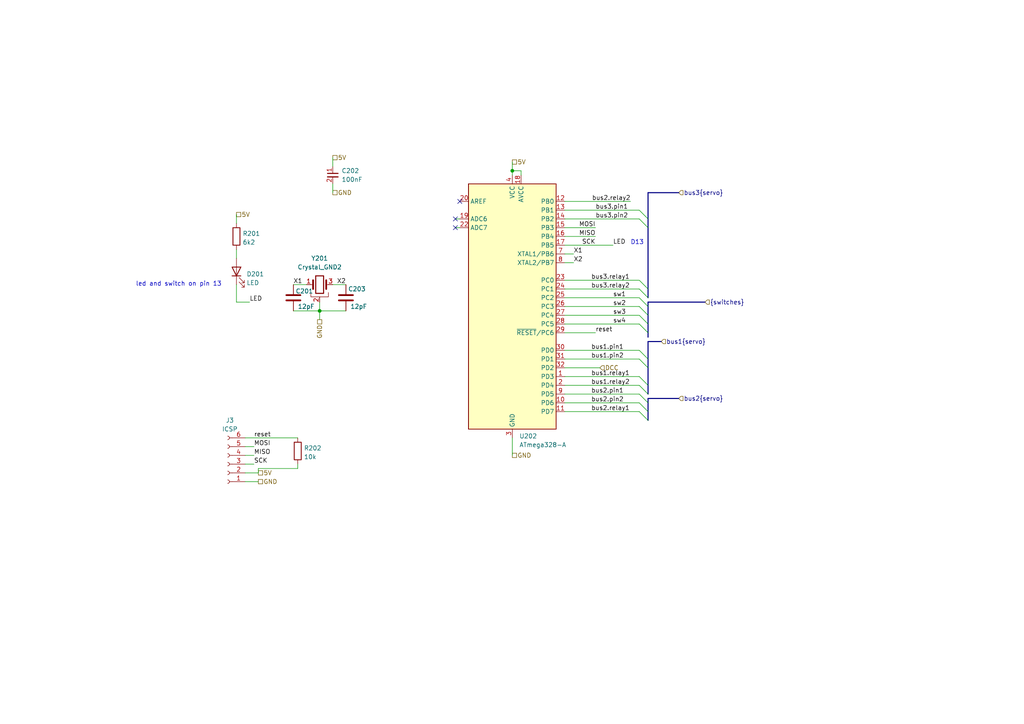
<source format=kicad_sch>
(kicad_sch (version 20230121) (generator eeschema)
  (paper "A4")
  (lib_symbols
    (symbol "Connector:Conn_01x06_Socket" (pin_names (offset 1.016) hide)
      (property "Reference" "J" (at 0 7.62 0))
      (property "Value" "Conn_01x06_Socket" (at 0 -10.16 0))
      (symbol "Conn_01x06_Socket_1_1"
        (arc (start 0 -7.112) (mid -0.5058 -7.62) (end 0 -8.128) (stroke (width 0.1524)))
        (arc (start 0 -4.572) (mid -0.5058 -5.08) (end 0 -5.588) (stroke (width 0.1524)))
        (arc (start 0 -2.032) (mid -0.5058 -2.54) (end 0 -3.048) (stroke (width 0.1524)))
        (polyline (pts (xy -1.27 -7.62) (xy -0.508 -7.62)) (stroke (width 0.1524)))
        (polyline (pts (xy -1.27 -5.08) (xy -0.508 -5.08)) (stroke (width 0.1524)))
        (polyline (pts (xy -1.27 -2.54) (xy -0.508 -2.54)) (stroke (width 0.1524)))
        (polyline (pts (xy -1.27 0) (xy -0.508 0)) (stroke (width 0.1524)))
        (polyline (pts (xy -1.27 2.54) (xy -0.508 2.54)) (stroke (width 0.1524)))
        (polyline (pts (xy -1.27 5.08) (xy -0.508 5.08)) (stroke (width 0.1524)))
        (arc (start 0 0.508) (mid -0.5058 0) (end 0 -0.508) (stroke (width 0.1524)))
        (arc (start 0 3.048) (mid -0.5058 2.54) (end 0 2.032) (stroke (width 0.1524)))
        (arc (start 0 5.588) (mid -0.5058 5.08) (end 0 4.572) (stroke (width 0.1524)))
        (pin passive line (at -5.08 5.08 0) (length 3.81) (name "Pin_1") (number "1"))
        (pin passive line (at -5.08 2.54 0) (length 3.81) (name "Pin_2") (number "2"))
        (pin passive line (at -5.08 0 0) (length 3.81) (name "Pin_3") (number "3"))
        (pin passive line (at -5.08 -2.54 0) (length 3.81) (name "Pin_4") (number "4"))
        (pin passive line (at -5.08 -5.08 0) (length 3.81) (name "Pin_5") (number "5"))
        (pin passive line (at -5.08 -7.62 0) (length 3.81) (name "Pin_6") (number "6"))
      )
    )
    (symbol "Device:C" (pin_numbers hide) (pin_names (offset 0.254))
      (property "Reference" "C" (at 0.635 2.54 0))
      (property "Value" "C" (at 0.635 -2.54 0))
      (symbol "C_0_1"
        (polyline (pts (xy -2.032 -0.762) (xy 2.032 -0.762)) (stroke (width 0.508)))
        (polyline (pts (xy -2.032 0.762) (xy 2.032 0.762)) (stroke (width 0.508)))
      )
      (symbol "C_1_1"
        (pin passive line (at 0 3.81 270) (length 2.794) (name "~") (number "1"))
        (pin passive line (at 0 -3.81 90) (length 2.794) (name "~") (number "2"))
      )
    )
    (symbol "Device:LED" (pin_numbers hide) (pin_names (offset 1.016) hide)
      (property "Reference" "D" (at 0 2.54 0))
      (property "Value" "LED" (at 0 -2.54 0))
      (symbol "LED_0_1"
        (polyline (pts (xy -1.27 -1.27) (xy -1.27 1.27)) (stroke (width 0.254)))
        (polyline (pts (xy -1.27 0) (xy 1.27 0)))
        (polyline (pts (xy 1.27 -1.27) (xy 1.27 1.27) (xy -1.27 0) (xy 1.27 -1.27)) (stroke (width 0.254)))
        (polyline (pts (xy -3.048 -0.762) (xy -4.572 -2.286) (xy -3.81 -2.286) (xy -4.572 -2.286) (xy -4.572 -1.524)))
        (polyline (pts (xy -1.778 -0.762) (xy -3.302 -2.286) (xy -2.54 -2.286) (xy -3.302 -2.286) (xy -3.302 -1.524)))
      )
      (symbol "LED_1_1"
        (pin passive line (at -3.81 0 0) (length 2.54) (name "K") (number "1"))
        (pin passive line (at 3.81 0 180) (length 2.54) (name "A") (number "2"))
      )
    )
    (symbol "Device:R" (pin_numbers hide) (pin_names (offset 0))
      (property "Reference" "R" (at 2.032 0 90))
      (property "Value" "R" (at 0 0 90))
      (symbol "R_0_1"
        (rectangle (start -1.016 -2.54) (end 1.016 2.54) (stroke (width 0.254)))
      )
      (symbol "R_1_1"
        (pin passive line (at 0 3.81 270) (length 1.27) (name "~") (number "1"))
        (pin passive line (at 0 -3.81 90) (length 1.27) (name "~") (number "2"))
      )
    )
    (symbol "MCU_Microchip_ATmega:ATmega328-A"
      (property "Reference" "U" (at -12.7 36.83 0))
      (property "Value" "ATmega328-A" (at 2.54 -36.83 0))
      (symbol "ATmega328-A_0_1"
        (rectangle (start -12.7 -35.56) (end 12.7 35.56) (stroke (width 0.254)) (fill (type background)))
      )
      (symbol "ATmega328-A_1_1"
        (pin bidirectional line (at 15.24 -20.32 180) (length 2.54) (name "PD3") (number "1"))
        (pin bidirectional line (at 15.24 -27.94 180) (length 2.54) (name "PD6") (number "10"))
        (pin bidirectional line (at 15.24 -30.48 180) (length 2.54) (name "PD7") (number "11"))
        (pin bidirectional line (at 15.24 30.48 180) (length 2.54) (name "PB0") (number "12"))
        (pin bidirectional line (at 15.24 27.94 180) (length 2.54) (name "PB1") (number "13"))
        (pin bidirectional line (at 15.24 25.4 180) (length 2.54) (name "PB2") (number "14"))
        (pin bidirectional line (at 15.24 22.86 180) (length 2.54) (name "PB3") (number "15"))
        (pin bidirectional line (at 15.24 20.32 180) (length 2.54) (name "PB4") (number "16"))
        (pin bidirectional line (at 15.24 17.78 180) (length 2.54) (name "PB5") (number "17"))
        (pin power_in line (at 2.54 38.1 270) (length 2.54) (name "AVCC") (number "18"))
        (pin input line (at -15.24 25.4 0) (length 2.54) (name "ADC6") (number "19"))
        (pin bidirectional line (at 15.24 -22.86 180) (length 2.54) (name "PD4") (number "2"))
        (pin passive line (at -15.24 30.48 0) (length 2.54) (name "AREF") (number "20"))
        (pin passive line (at 0 -38.1 90) (length 2.54) hide (name "GND") (number "21"))
        (pin input line (at -15.24 22.86 0) (length 2.54) (name "ADC7") (number "22"))
        (pin bidirectional line (at 15.24 7.62 180) (length 2.54) (name "PC0") (number "23"))
        (pin bidirectional line (at 15.24 5.08 180) (length 2.54) (name "PC1") (number "24"))
        (pin bidirectional line (at 15.24 2.54 180) (length 2.54) (name "PC2") (number "25"))
        (pin bidirectional line (at 15.24 0 180) (length 2.54) (name "PC3") (number "26"))
        (pin bidirectional line (at 15.24 -2.54 180) (length 2.54) (name "PC4") (number "27"))
        (pin bidirectional line (at 15.24 -5.08 180) (length 2.54) (name "PC5") (number "28"))
        (pin bidirectional line (at 15.24 -7.62 180) (length 2.54) (name "~{RESET}/PC6") (number "29"))
        (pin power_in line (at 0 -38.1 90) (length 2.54) (name "GND") (number "3"))
        (pin bidirectional line (at 15.24 -12.7 180) (length 2.54) (name "PD0") (number "30"))
        (pin bidirectional line (at 15.24 -15.24 180) (length 2.54) (name "PD1") (number "31"))
        (pin bidirectional line (at 15.24 -17.78 180) (length 2.54) (name "PD2") (number "32"))
        (pin power_in line (at 0 38.1 270) (length 2.54) (name "VCC") (number "4"))
        (pin passive line (at 0 -38.1 90) (length 2.54) hide (name "GND") (number "5"))
        (pin passive line (at 0 38.1 270) (length 2.54) hide (name "VCC") (number "6"))
        (pin bidirectional line (at 15.24 15.24 180) (length 2.54) (name "XTAL1/PB6") (number "7"))
        (pin bidirectional line (at 15.24 12.7 180) (length 2.54) (name "XTAL2/PB7") (number "8"))
        (pin bidirectional line (at 15.24 -25.4 180) (length 2.54) (name "PD5") (number "9"))
      )
    )
    (symbol "capacitor_miscellaneous:C_0402_100nF"
      (property "Reference" "U" (at 1.27 2.54 0))
      (property "Value" "100nF" (at 3.81 -2.54 0))
      (property "JLCPCB Part#" "C307331" (at 0 0 0))
      (symbol "C_0402_100nF_0_1"
        (polyline (pts (xy -1.524 -0.508) (xy 1.524 -0.508)) (stroke (width 0.3302)))
        (polyline (pts (xy -1.524 0.508) (xy 1.524 0.508)) (stroke (width 0.3048)))
      )
      (symbol "C_0402_100nF_1_1"
        (pin passive line (at 0 2.54 270) (length 2.032) (name "~") (number "1"))
        (pin passive line (at 0 -2.54 90) (length 2.032) (name "~") (number "2"))
      )
    )
    (symbol "custom_kicad_lib_sk:crystal_arduino" (pin_names (offset 1.016) hide)
      (property "Reference" "Y" (at 0 5.715 0))
      (property "Value" "Crystal_GND2" (at 0 3.81 0))
      (property "JLCPCB Part#" "C13738" (at 0 0 0))
      (symbol "crystal_arduino_0_1"
        (rectangle (start -1.143 2.54) (end 1.143 -2.54) (stroke (width 0.3048)))
        (polyline (pts (xy -2.54 0) (xy -1.905 0)))
        (polyline (pts (xy -1.905 -1.27) (xy -1.905 1.27)) (stroke (width 0.508)))
        (polyline (pts (xy 0 -3.81) (xy 0 -3.556)))
        (polyline (pts (xy 1.905 0) (xy 2.54 0)))
        (polyline (pts (xy 1.905 1.27) (xy 1.905 -1.27)) (stroke (width 0.508)))
        (polyline (pts (xy -2.54 -2.286) (xy -2.54 -3.556) (xy 2.54 -3.556) (xy 2.54 -2.286)))
      )
      (symbol "crystal_arduino_1_1"
        (pin passive line (at -3.81 0 0) (length 1.27) (name "1") (number "1"))
        (pin passive line (at 0 -5.08 90) (length 1.27) (name "GND") (number "2"))
        (pin passive line (at 3.81 0 180) (length 1.27) (name "3") (number "3"))
        (pin passive line (at 0 -5.08 90) (length 1.27) hide (name "GND") (number "4"))
      )
    )
  )
  (junction (at 92.71 90.17))
  (junction (at 148.59 49.53))
  (no_connect (at 133.35 58.42))
  (no_connect (at 132.08 63.5))
  (no_connect (at 132.08 66.04))
  (bus_entry (at 187.96 111.76) (size -2.54 -2.54))
  (bus_entry (at 185.42 81.28) (size 2.54 2.54))
  (bus_entry (at 187.96 119.38) (size -2.54 -2.54))
  (bus_entry (at 185.42 63.5) (size 2.54 2.54))
  (bus_entry (at 187.96 114.3) (size -2.54 -2.54))
  (bus_entry (at 185.42 60.96) (size 2.54 2.54))
  (bus_entry (at 187.96 104.14) (size -2.54 -2.54))
  (bus_entry (at 187.96 106.68) (size -2.54 -2.54))
  (bus_entry (at 185.42 91.44) (size 2.54 2.54))
  (bus_entry (at 185.42 88.9) (size 2.54 2.54))
  (bus_entry (at 185.42 86.36) (size 2.54 2.54))
  (bus_entry (at 185.42 83.82) (size 2.54 2.54))
  (bus_entry (at 187.96 116.84) (size -2.54 -2.54))
  (bus_entry (at 185.42 93.98) (size 2.54 2.54))
  (bus_entry (at 187.96 121.92) (size -2.54 -2.54))
  (wire (pts (xy 148.59 49.53) (xy 148.59 50.8)))
  (wire (pts (xy 71.12 127) (xy 86.36 127)))
  (wire (pts (xy 86.36 134.62) (xy 86.36 135.89)))
  (wire (pts (xy 92.71 90.17) (xy 100.33 90.17)))
  (wire (pts (xy 74.93 135.89) (xy 86.36 135.89)))
  (wire (pts (xy 163.83 66.04) (xy 172.72 66.04)))
  (bus (pts (xy 187.96 116.84) (xy 187.96 119.38)))
  (wire (pts (xy 151.13 49.53) (xy 148.59 49.53)))
  (bus (pts (xy 187.96 115.57) (xy 187.96 116.84)))
  (wire (pts (xy 163.83 93.98) (xy 185.42 93.98)))
  (wire (pts (xy 163.83 116.84) (xy 185.42 116.84)))
  (wire (pts (xy 71.12 132.08) (xy 73.66 132.08)))
  (bus (pts (xy 187.96 115.57) (xy 196.85 115.57)))
  (wire (pts (xy 163.83 63.5) (xy 185.42 63.5)))
  (wire (pts (xy 88.9 82.55) (xy 85.09 82.55)))
  (bus (pts (xy 187.96 63.5) (xy 187.96 66.04)))
  (wire (pts (xy 163.83 106.68) (xy 173.99 106.68)))
  (bus (pts (xy 187.96 93.98) (xy 187.96 91.44)))
  (bus (pts (xy 187.96 66.04) (xy 187.96 83.82)))
  (bus (pts (xy 187.96 83.82) (xy 187.96 86.36)))
  (wire (pts (xy 71.12 129.54) (xy 73.66 129.54)))
  (wire (pts (xy 71.12 139.7) (xy 74.93 139.7)))
  (wire (pts (xy 68.58 82.55) (xy 68.58 87.63)))
  (wire (pts (xy 163.83 58.42) (xy 182.88 58.42)))
  (bus (pts (xy 187.96 91.44) (xy 187.96 88.9)))
  (wire (pts (xy 163.83 96.52) (xy 172.72 96.52)))
  (wire (pts (xy 163.83 68.58) (xy 172.72 68.58)))
  (bus (pts (xy 187.96 87.63) (xy 204.47 87.63)))
  (wire (pts (xy 163.83 76.2) (xy 166.37 76.2)))
  (wire (pts (xy 148.59 127) (xy 148.59 132.08)))
  (wire (pts (xy 74.93 137.16) (xy 74.93 135.89)))
  (wire (pts (xy 163.83 114.3) (xy 185.42 114.3)))
  (wire (pts (xy 132.08 63.5) (xy 133.35 63.5)))
  (bus (pts (xy 187.96 111.76) (xy 187.96 114.3)))
  (wire (pts (xy 71.12 137.16) (xy 74.93 137.16)))
  (wire (pts (xy 163.83 91.44) (xy 185.42 91.44)))
  (wire (pts (xy 68.58 72.39) (xy 68.58 74.93)))
  (wire (pts (xy 92.71 87.63) (xy 92.71 90.17)))
  (wire (pts (xy 96.52 82.55) (xy 100.33 82.55)))
  (wire (pts (xy 132.08 66.04) (xy 133.35 66.04)))
  (bus (pts (xy 187.96 99.06) (xy 191.77 99.06)))
  (wire (pts (xy 148.59 46.99) (xy 148.59 49.53)))
  (wire (pts (xy 163.83 73.66) (xy 166.37 73.66)))
  (wire (pts (xy 163.83 119.38) (xy 185.42 119.38)))
  (wire (pts (xy 68.58 62.23) (xy 68.58 64.77)))
  (wire (pts (xy 163.83 60.96) (xy 185.42 60.96)))
  (wire (pts (xy 163.83 71.12) (xy 177.8 71.12)))
  (bus (pts (xy 187.96 119.38) (xy 187.96 121.92)))
  (wire (pts (xy 96.52 53.34) (xy 96.52 55.88)))
  (wire (pts (xy 72.39 87.63) (xy 68.58 87.63)))
  (bus (pts (xy 187.96 104.14) (xy 187.96 106.68)))
  (wire (pts (xy 163.83 88.9) (xy 185.42 88.9)))
  (wire (pts (xy 163.83 104.14) (xy 185.42 104.14)))
  (wire (pts (xy 85.09 90.17) (xy 92.71 90.17)))
  (wire (pts (xy 96.52 45.72) (xy 96.52 48.26)))
  (wire (pts (xy 163.83 101.6) (xy 185.42 101.6)))
  (wire (pts (xy 92.71 90.17) (xy 92.71 92.71)))
  (wire (pts (xy 151.13 50.8) (xy 151.13 49.53)))
  (wire (pts (xy 163.83 83.82) (xy 185.42 83.82)))
  (bus (pts (xy 187.96 87.63) (xy 187.96 88.9)))
  (bus (pts (xy 187.96 55.88) (xy 187.96 63.5)))
  (bus (pts (xy 187.96 99.06) (xy 187.96 104.14)))
  (wire (pts (xy 163.83 81.28) (xy 185.42 81.28)))
  (bus (pts (xy 187.96 106.68) (xy 187.96 111.76)))
  (bus (pts (xy 187.96 96.52) (xy 187.96 93.98)))
  (bus (pts (xy 187.96 55.88) (xy 196.85 55.88)))
  (wire (pts (xy 163.83 111.76) (xy 185.42 111.76)))
  (wire (pts (xy 163.83 86.36) (xy 185.42 86.36)))
  (bus (pts (xy 187.96 97.79) (xy 187.96 96.52)))
  (wire (pts (xy 163.83 109.22) (xy 185.42 109.22)))
  (wire (pts (xy 71.12 134.62) (xy 73.66 134.62)))
  (text "led and switch on pin 13" (at 39.37 83.185 0) (effects (font (size 1.27 1.27)) (justify left bottom)))
  (text "D13" (at 182.88 71.12 0) (effects (font (size 1.27 1.27)) (justify left bottom)))
  (label "bus2.relay2" (at 182.88 58.42 180))
  (label "bus1.pin2" (at 171.45 104.14 0))
  (label "reset" (at 172.72 96.52 0))
  (label "bus1.relay1" (at 171.45 109.22 0))
  (label "X1" (at 85.09 82.55 0))
  (label "X2" (at 166.37 76.2 0))
  (label "bus3.relay2" (at 171.45 83.82 0))
  (label "SCK" (at 73.66 134.62 0))
  (label "bus1.relay2" (at 171.45 111.76 0))
  (label "sw3" (at 177.8 91.44 0))
  (label "bus2.pin1" (at 171.45 114.3 0))
  (label "MOSI" (at 172.72 66.04 180))
  (label "MISO" (at 73.66 132.08 0))
  (label "bus1.pin1" (at 171.45 101.6 0))
  (label "LED" (at 177.8 71.12 0))
  (label "X1" (at 166.37 73.66 0))
  (label "sw2" (at 177.8 88.9 0))
  (label "SCK" (at 172.72 71.12 180))
  (label "bus3.pin2" (at 172.72 63.5 0))
  (label "MISO" (at 172.72 68.58 180))
  (label "bus2.pin2" (at 171.45 116.84 0))
  (label "MOSI" (at 73.66 129.54 0))
  (label "reset" (at 73.66 127 0))
  (label "LED" (at 72.39 87.63 0))
  (label "sw4" (at 177.8 93.98 0))
  (label "bus3.relay1" (at 171.45 81.28 0))
  (label "sw1" (at 177.8 86.36 0))
  (label "bus3.pin1" (at 172.72 60.96 0))
  (label "X2" (at 100.33 82.55 180))
  (label "bus2.relay1" (at 171.45 119.38 0))
  (hierarchical_label "{switches}" (shape input) (at 204.47 87.63 0))
  (hierarchical_label "bus2{servo}" (shape input) (at 196.85 115.57 0))
  (hierarchical_label "DCC" (shape input) (at 173.99 106.68 0))
  (hierarchical_label "5V" (shape passive) (at 74.93 137.16 0))
  (hierarchical_label "5V" (shape passive) (at 148.59 46.99 0))
  (hierarchical_label "5V" (shape passive) (at 96.52 45.72 0))
  (hierarchical_label "GND" (shape passive) (at 74.93 139.7 0))
  (hierarchical_label "GND" (shape passive) (at 96.52 55.88 0))
  (hierarchical_label "GND" (shape passive) (at 148.59 132.08 0))
  (hierarchical_label "bus3{servo}" (shape input) (at 196.85 55.88 0))
  (hierarchical_label "GND" (shape passive) (at 92.71 92.71 270))
  (hierarchical_label "bus1{servo}" (shape input) (at 191.77 99.06 0))
  (hierarchical_label "5V" (shape passive) (at 68.58 62.23 0))
  (symbol (lib_id "custom_kicad_lib_sk:crystal_arduino") (at 92.71 82.55 0) (unit 1)
    (property "Reference" "Y201" (at 92.71 74.93 0))
    (property "Value" "Crystal_GND2" (at 92.71 77.47 0))
    (property "Footprint" "custom_kicad_lib_sk:crystal_arduino" (effects hide))
    (property "JLCPCB Part#" "C13738" (effects hide))
    (instances (project "atmega328" (path "" (reference "Y201") (unit 1))) (project "OS-servoDriver_relay" (path "" (reference "Y201") (unit 1))) (project "general_schematics" (path "" (reference "Y?") (unit 1)) (path "" (reference "Y1401") (unit 1))))
  )
  (symbol (lib_id "Device:C") (at 100.33 86.36 180) (unit 1)
    (property "Reference" "C203" (at 100.965 83.82 0) (effects (justify right)))
    (property "Value" "12pF" (at 101.6 88.9 0) (effects (justify right)))
    (property "Footprint" "Capacitor_SMD:C_0603_1608Metric" (effects hide))
    (property "JLCPCB Part#" "C38523" (effects hide))
    (instances (project "atmega328" (path "" (reference "C203") (unit 1))) (project "OS-servoDriver_relay" (path "" (reference "C203") (unit 1))) (project "general_schematics" (path "" (reference "C?") (unit 1)) (path "" (reference "C1403") (unit 1))))
  )
  (symbol (lib_id "Device:R") (at 68.58 68.58 0) (unit 1)
    (property "Reference" "R201" (at 70.358 67.7453 0) (effects (justify left)))
    (property "Value" "6k2" (at 70.358 70.2822 0) (effects (justify left)))
    (property "Footprint" "Resistor_SMD:R_0603_1608Metric_Pad0.98x0.95mm_HandSolder" (effects hide))
    (property "JLCPCB Part#" "C4260" (effects hide))
    (instances (project "atmega328" (path "" (reference "R201") (unit 1))) (project "OS-servoDriver_relay" (path "" (reference "R201") (unit 1))) (project "general_schematics" (path "" (reference "R1401") (unit 1))))
  )
  (symbol (lib_id "MCU_Microchip_ATmega:ATmega328-A") (at 148.59 88.9 0) (unit 1)
    (property "Reference" "U202" (at 150.6094 126.4904 0) (effects (justify left)))
    (property "Value" "ATmega328-A" (at 150.6094 129.0273 0) (effects (justify left)))
    (property "Footprint" "Package_QFP:TQFP-32_7x7mm_P0.8mm" (effects hide))
    (property "Datasheet" "http://ww1.microchip.com/downloads/en/DeviceDoc/ATmega328_P%20AVR%20MCU%20with%20picoPower%20Technology%20Data%20Sheet%2040001984A.pdf" (effects hide))
    (property "JLCPCB Part#" "C14877" (effects hide))
    (instances (project "atmega328" (path "" (reference "U202") (unit 1))) (project "OS-servoDriver_relay" (path "" (reference "U202") (unit 1))) (project "general_schematics" (path "" (reference "U1402") (unit 1))))
  )
  (symbol (lib_id "Device:C") (at 85.09 86.36 180) (unit 1)
    (property "Reference" "C201" (at 85.725 84.455 0) (effects (justify right)))
    (property "Value" "12pF" (at 86.36 88.9 0) (effects (justify right)))
    (property "Footprint" "Capacitor_SMD:C_0603_1608Metric" (effects hide))
    (property "JLCPCB Part#" "C38523" (effects hide))
    (instances (project "atmega328" (path "" (reference "C201") (unit 1))) (project "OS-servoDriver_relay" (path "" (reference "C201") (unit 1))) (project "general_schematics" (path "" (reference "C?") (unit 1)) (path "" (reference "C1401") (unit 1))))
  )
  (symbol (lib_id "Device:LED") (at 68.58 78.74 90) (unit 1)
    (property "Reference" "D201" (at 71.501 79.4928 90) (effects (justify right)))
    (property "Value" "LED" (at 71.501 82.0297 90) (effects (justify right)))
    (property "Footprint" "LED_SMD:LED_0805_2012Metric_Pad1.15x1.40mm_HandSolder" (effects hide))
    (property "JLCPCB Part#" "C84256" (effects hide))
    (instances (project "atmega328" (path "" (reference "D201") (unit 1))) (project "OS-servoDriver_relay" (path "" (reference "D201") (unit 1))) (project "general_schematics" (path "" (reference "D1401") (unit 1))))
  )
  (symbol (lib_id "Device:R") (at 86.36 130.81 0) (unit 1)
    (property "Reference" "R202" (at 88.138 129.9753 0) (effects (justify left)))
    (property "Value" "10k" (at 88.138 132.5122 0) (effects (justify left)))
    (property "Footprint" "Resistor_SMD:R_0402_1005Metric_Pad0.72x0.64mm_HandSolder" (effects hide))
    (property "JLCPCB Part#" "C25744" (effects hide))
    (instances (project "atmega328" (path "" (reference "R202") (unit 1))) (project "OS-servoDriver_relay" (path "" (reference "R202") (unit 1))) (project "general_schematics" (path "" (reference "R1402") (unit 1))))
  )
  (symbol (lib_id "capacitor_miscellaneous:C_0402_100nF") (at 96.52 50.8 0) (unit 1)
    (property "Reference" "C202" (at 99.06 49.5363 0) (effects (justify left)))
    (property "Value" "100nF" (at 99.06 52.0763 0) (effects (justify left)))
    (property "Footprint" "Capacitor_SMD:C_0402_1005Metric" (effects hide))
    (property "JLCPCB Part#" "C307331" (effects hide))
  )
  (symbol (lib_id "Connector:Conn_01x06_Socket") (at 66.04 134.62 180) (unit 1)
    (property "Reference" "J3" (at 66.675 121.92 0))
    (property "Value" "ICSP" (at 66.675 124.46 0))
    (property "Footprint" "Connector_PinHeader_2.54mm:PinHeader_1x06_P2.54mm_Vertical" (effects hide))
    (instances (project "solenoidDecoder" (path "" (reference "J3") (unit 1))) (project "OS-servoDriver_relay" (path "" (reference "J201") (unit 1))))
  )
)
</source>
